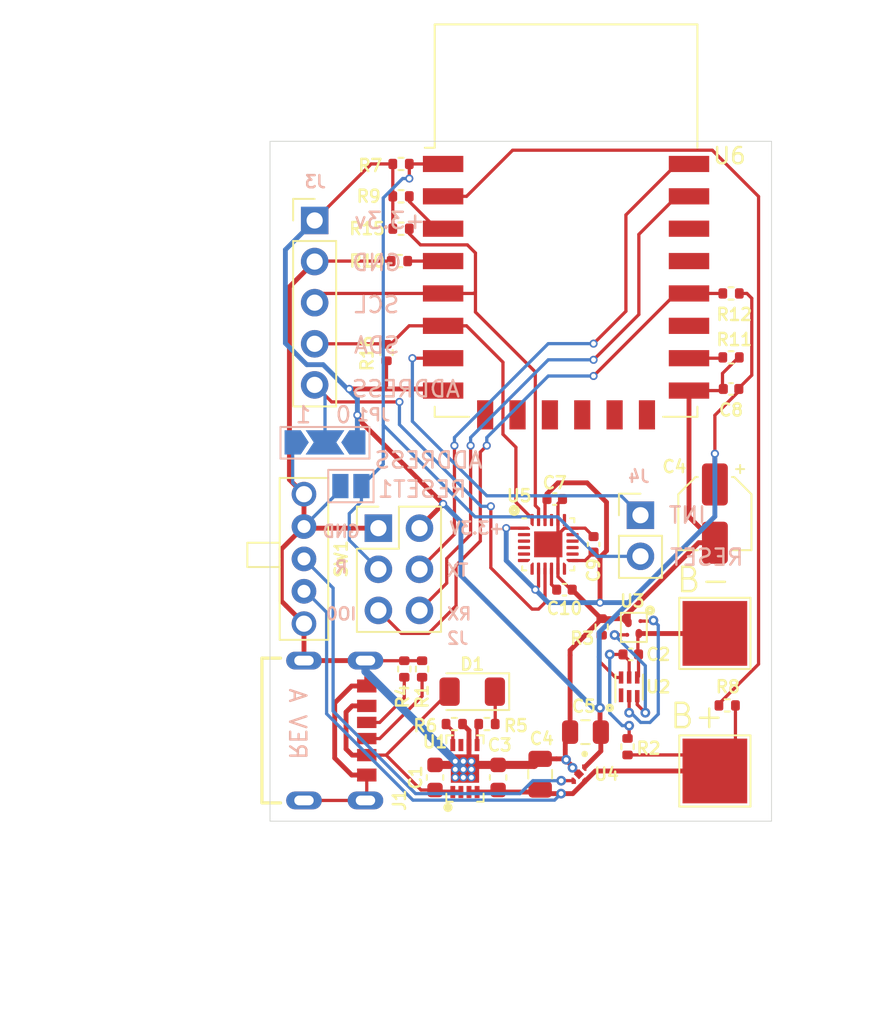
<source format=kicad_pcb>
(kicad_pcb (version 20211014) (generator pcbnew)
  (layers (0 "F.Cu" signal) (31 "B.Cu" signal) (34 "B.Paste" user) (35 "F.Paste" user) (36 "B.SilkS" user "B.Silkscreen") (37 "F.SilkS" user "F.Silkscreen") (38 "B.Mask" user) (39 "F.Mask" user) (44 "Edge.Cuts" user))
  (net 0 "")
  (net 1 "+5V")
  (net 2 "-BATT")
  (net 3 "/BAT_SENCE")
  (net 4 "CH_PROG")
  (net 5 "CS")
  (net 6 "GND")
  (net 7 "B-")
  (net 8 "+BATT")
  (net 9 "+3.3V")
  (net 10 "Net-(D1-Pad1)")
  (net 11 "/CC1")
  (net 12 "Net-(R10-Pad1)")
  (net 13 "/CC2")
  (net 14 "/RESET")
  (net 15 "/TX")
  (net 16 "/GPIO0")
  (net 17 "/RX")
  (net 18 "/H_SCL")
  (net 19 "/H_SDA")
  (net 20 "/INT")
  (net 21 "/V-")
  (net 22 "/CH_STAT")
  (net 23 "/CH_PROG")
  (net 24 "/ADC")
  (net 25 "/ESP_EN")
  (net 26 "/GPIO16")
  (net 27 "/GPIO15")
  (net 28 "/BOOTN")
  (net 29 "/REG_EN")
  (net 31 "/G_C")
  (net 32 "/G_D")
  (net 33 "/ADDRESS")
  (net 37 "Net-(C10-Pad2)")
  (footprint "Capacitor_SMD:C_0603_1608Metric" (layer "F.Cu") (at 119.2 106.8 90)
    (fp_text reference "C1")
    (fp_text value "4.7uf")
  )
  (footprint "Capacitor_SMD:CP_Elec_4x4.5" (layer "F.Cu") (at 136.5 90.5 -90)
    (fp_text reference "C4")
    (fp_text value "1uf")
  )
  (footprint "Capacitor_SMD:C_0402_1005Metric" (layer "F.Cu") (at 137.5 82.8)
    (fp_text reference "C8")
    (fp_text value "100nf")
  )
  (footprint "Capacitor_SMD:C_0402_1005Metric" (layer "F.Cu") (at 131.3 99.2 180)
    (fp_text reference "C2")
    (fp_text value "100nf")
  )
  (footprint "Diode_SMD:D_1206_3216Metric" (layer "F.Cu") (at 121.5 101.5 180)
    (fp_text reference "D1")
    (fp_text value "c-stat")
  )
  (footprint "Connector_USB:GCT_USB4125-GF-A_REVA" (layer "F.Cu") (at 114.9 103.9 -90)
    (fp_text reference "J1")
    (fp_text value "USB4125-GF-A_REVA")
  )
  (footprint "Resistor_SMD:R_0402_1005Metric" (layer "F.Cu") (at 118.4 100.1 90)
    (fp_text reference "R1")
    (fp_text value "5.1k")
  )
  (footprint "Resistor_SMD:R_0402_1005Metric" (layer "F.Cu") (at 117.3 100.1 90)
    (fp_text reference "R4")
    (fp_text value "5.1k")
  )
  (footprint "Resistor_SMD:R_0402_1005Metric" (layer "F.Cu") (at 122.41 103.5)
    (fp_text reference "R5")
    (fp_text value "470")
  )
  (footprint "Resistor_SMD:R_0402_1005Metric" (layer "F.Cu") (at 120.39 103.5 180)
    (fp_text reference "R6")
    (fp_text value "2k")
  )
  (footprint "Resistor_SMD:R_0402_1005Metric" (layer "F.Cu") (at 117.1 68.9)
    (fp_text reference "R7")
    (fp_text value "10k")
  )
  (footprint "Resistor_SMD:R_0402_1005Metric" (layer "F.Cu") (at 117.1 70.9)
    (fp_text reference "R9")
    (fp_text value "10k")
  )
  (footprint "Resistor_SMD:R_0402_1005Metric" (layer "F.Cu") (at 117.1 72.9 180)
    (fp_text reference "R15")
    (fp_text value "2.2k")
  )
  (footprint "Resistor_SMD:R_0402_1005Metric" (layer "F.Cu") (at 116.2 80.55 -90)
    (fp_text reference "R16")
    (fp_text value "2.2k")
  )
  (footprint "Resistor_SMD:R_0402_1005Metric" (layer "F.Cu") (at 117 74.9 180)
    (fp_text reference "R10")
    (fp_text value "10k")
  )
  (footprint "Resistor_SMD:R_0402_1005Metric" (layer "F.Cu") (at 131.1 104.9 -90)
    (fp_text reference "R2")
    (fp_text value "330")
  )
  (footprint "Resistor_SMD:R_0402_1005Metric" (layer "F.Cu") (at 129.5 97.5 -90)
    (fp_text reference "R3")
    (fp_text value "2.2k")
  )
  (footprint "Button_Switch_THT:A107673" (layer "F.Cu") (at 114.1 93.3 -90)
    (fp_text reference "SW1")
    (fp_text value "SW_SPDT")
  )
  (footprint "Package_SON:WSON-6_1.5x1.5mm_P0.5mm" (layer "F.Cu") (at 131.2 101.2 90)
    (fp_text reference "U2")
    (fp_text value "BQ297xy")
  )
  (footprint "Package_DirectFET:4-XFLGA" (layer "F.Cu") (at 131.5 97.5 180)
    (fp_text reference "U3")
    (fp_text value "CSD85302L")
  )
  (footprint "Capacitor_SMD:C_0805_2012Metric" (layer "F.Cu") (at 125.7 106.6 90)
    (fp_text reference "C4")
    (fp_text value "1uf")
  )
  (footprint "Capacitor_SMD:C_0805_2012Metric" (layer "F.Cu") (at 128.5 104 180)
    (fp_text reference "C5")
    (fp_text value "1uf")
  )
  (footprint "libs:VREG_NCP170AMX300TCG" (layer "F.Cu") (at 128.1 106.6 -90)
    (fp_text reference "U4")
    (fp_text value "NCP177BMX330TCG")
  )
  (footprint "TestPoint:TestPoint_Pad_4.0x4.0mm" (layer "F.Cu") (at 136.5 97.9)
    (fp_text reference "B-")
    (fp_text value "TestPoint_Pad_4.0x4.0mm")
  )
  (footprint "TestPoint:TestPoint_Pad_4.0x4.0mm" (layer "F.Cu") (at 136.5 106.4)
    (fp_text reference "B+")
    (fp_text value "TestPoint_Pad_4.0x4.0mm")
  )
  (footprint "Connector_PinHeader_2.54mm:PinHeader_1x05_P2.54mm_Vertical" (layer "F.Cu") (at 111.76 72.39)
    (fp_text reference "J3")
    (fp_text value "PinHeader_1x05_P2.54mm_Vertical")
  )
  (footprint "Resistor_SMD:R_0402_1005Metric" (layer "F.Cu") (at 137.26 102.35 180)
    (fp_text reference "R8")
    (fp_text value "180k")
  )
  (footprint "Connector_PinHeader_2.54mm:PinHeader_1x02_P2.54mm_Vertical" (layer "F.Cu") (at 131.9 90.6)
    (fp_text reference "J4")
    (fp_text value "PinHeader_1x02_P2.54mm_Vertical")
  )
  (footprint "Capacitor_SMD:C_0603_1608Metric" (layer "F.Cu") (at 123.1 106.8 -90)
    (fp_text reference "C3")
    (fp_text value "4.7uf")
  )
  (footprint "RF_Module:ESP-12E" (layer "F.Cu") (at 127.3 72.4)
    (fp_text reference "U6")
    (fp_text value "ESP-12E")
  )
  (footprint "Package_QFP:dfn-8_wide" (layer "F.Cu") (at 121 106.4)
    (fp_text reference "U1")
    (fp_text value "dfn-8_wide")
  )
  (footprint "Resistor_SMD:R_0402_1005Metric" (layer "F.Cu") (at 137.5 80.85)
    (fp_text reference "R11")
    (fp_text value "10k")
  )
  (footprint "Resistor_SMD:R_0402_1005Metric" (layer "F.Cu") (at 137.5 76.9 180)
    (fp_text reference "R12")
    (fp_text value "10k")
  )
  (footprint "Connector_PinHeader_2.54mm:PinHeader_2x03_P2.54mm_Vertical" (layer "F.Cu") (at 115.7 91.4)
    (fp_text reference "J2")
    (fp_text value "PinHeader_2x03_P2.54mm_Vertical")
  )
  (footprint "Capacitor_SMD:C_0402_1005Metric" (layer "F.Cu") (at 126.6 89.6 180)
    (fp_text reference "C7")
    (fp_text value "100nf")
  )
  (footprint "Capacitor_SMD:C_0402_1005Metric" (layer "F.Cu") (at 127.2 95.2 180)
    (fp_text reference "C10")
    (fp_text value "100nf")
  )
  (footprint "Capacitor_SMD:C_0402_1005Metric" (layer "F.Cu") (at 129 92.4 -90)
    (fp_text reference "C9")
    (fp_text value "100nf")
  )
  (footprint "Package_DFN_QFN:QFN-24-1EP_3x3mm_P0.4mm_EP1.75x1.6mm" (layer "F.Cu") (at 126.2 92.4)
    (fp_text reference "U5")
    (fp_text value "mpu9250")
  )
  (footprint "Jumper:SolderJumper-2_P1.3mm_Open_Pad1.0x1.5mm" (layer "B.Cu") (at 114 88.8)
    (fp_text reference "RESET1")
    (fp_text value "SolderJumper-2_P1.3mm_Open_Pad1.0x1.5mm")
  )
  (footprint "Jumper:SolderJumper-3_P2.0mm_Open_TrianglePad1.0x1.5mm" (layer "B.Cu") (at 112.4 86.1)
    (fp_text reference "JP1")
    (fp_text value "SolderJumper-3_P2.0mm_Open_TrianglePad1.0x1.5mm")
  )
  (gr_line (start 140 67.5) (end 140 96) (layer "Edge.Cuts") (width 0.05))
  (gr_line (start 109 109.5) (end 109 67.5) (layer "Edge.Cuts") (width 0.05))
  (gr_line (start 140 96) (end 140 109.5) (layer "Edge.Cuts") (width 0.05))
  (gr_line (start 109 67.5) (end 140 67.5) (layer "Edge.Cuts") (width 0.05))
  (gr_line (start 140 109.5) (end 109 109.5) (layer "Edge.Cuts") (width 0.05))
  (gr_text "GND\n" (at 113.4 91.6) (layer "B.SilkS") (effects (font (size 0.75 0.75)) (justify mirror)))
  (gr_text "INT\n" (at 134.8 90.6) (layer "B.SilkS") (effects (font (size 1 1)) (justify mirror)))
  (gr_text "RESET\n" (at 136 93.2) (layer "B.SilkS") (effects (font (size 1 1)) (justify mirror)))
  (gr_text "SCL\n" (at 115.6 77.6) (layer "B.SilkS") (effects (font (size 1 1)) (justify mirror)))
  (gr_text "IO0" (at 113.4 96.7) (layer "B.SilkS") (effects (font (size 0.75 0.75)) (justify mirror)))
  (gr_text "ADDRESS" (at 118.8 87.2) (layer "B.SilkS") (effects (font (size 1 1)) (justify mirror)))
  (gr_text "+3.3v\n" (at 116.4 72.4) (layer "B.SilkS") (effects (font (size 1 1)) (justify mirror)))
  (gr_text "TX" (at 120.6 94) (layer "B.SilkS") (effects (font (size 0.75 0.75)) (justify mirror)))
  (gr_text "+3.3V\n" (at 121.8 91.4) (layer "B.SilkS") (effects (font (size 0.75 0.75)) (justify mirror)))
  (gr_text "REV A\n" (at 110.7 103.5 270) (layer "B.SilkS") (effects (font (size 1 1)) (justify mirror)))
  (gr_text "GND\n" (at 115.6 75) (layer "B.SilkS") (effects (font (size 1 1)) (justify mirror)))
  (gr_text "R" (at 113.4 93.8) (layer "B.SilkS") (effects (font (size 0.75 0.75)) (justify mirror)))
  (gr_text "ADDRESS" (at 117.4 82.8) (layer "B.SilkS") (effects (font (size 1 1)) (justify mirror)))
  (gr_text "SDA" (at 115.6 80.1) (layer "B.SilkS") (effects (font (size 1 1)) (justify mirror)))
  (gr_text "0  1" (at 112.3 84.4) (layer "B.SilkS") (effects (font (size 1 1)) (justify mirror)))
  (gr_text "RX\n" (at 120.7 96.7) (layer "B.SilkS") (effects (font (size 0.75 0.75)) (justify mirror)))
  (segment (start 114.98 105.42) (end 116.18 105.42) (width 0.2) (layer "F.Cu") (net 1))
  (segment (start 120.1 101.5) (end 120.1 102) (width 0.2) (layer "F.Cu") (net 1))
  (segment (start 120.3 107.7) (end 119.325 107.7) (width 0.3) (layer "F.Cu") (net 1))
  (segment (start 120.1 101.5) (end 116.18 105.42) (width 0.2) (layer "F.Cu") (net 1))
  (segment (start 120.1 101.5) (end 120.1 101.8) (width 0.2) (layer "F.Cu") (net 1))
  (segment (start 119.2 107.6) (end 119.1 107.7) (width 0.3) (layer "F.Cu") (net 1))
  (segment (start 114.08 102.38) (end 113.7 102.76) (width 0.3) (layer "F.Cu") (net 1))
  (segment (start 116.18 105.42) (end 118.335 107.575) (width 0.2) (layer "F.Cu") (net 1))
  (segment (start 118.335 107.575) (end 119.2 107.575) (width 0.2) (layer "F.Cu") (net 1))
  (segment (start 119.2 107.575) (end 118.975 107.575) (width 0.3) (layer "F.Cu") (net 1))
  (segment (start 120.8 107.7) (end 120.3 107.7) (width 0.3) (layer "F.Cu") (net 1))
  (segment (start 119.325 107.7) (end 119.2 107.575) (width 0.3) (layer "F.Cu") (net 1))
  (segment (start 113.7 102.76) (end 113.7 105.04) (width 0.3) (layer "F.Cu") (net 1))
  (segment (start 114.08 105.42) (end 114.98 105.42) (width 0.3) (layer "F.Cu") (net 1))
  (segment (start 113.7 105.04) (end 114.08 105.42) (width 0.3) (layer "F.Cu") (net 1))
  (segment (start 114.98 102.38) (end 114.08 102.38) (width 0.3) (layer "F.Cu") (net 1))
  (segment (start 131.74 99.16) (end 131.78 99.2) (width 0.2) (layer "F.Cu") (net 2))
  (segment (start 131.74 97.91) (end 136.49 97.91) (width 0.3) (layer "F.Cu") (net 2))
  (segment (start 131.78 99.2) (end 131.78 100.545) (width 0.2) (layer "F.Cu") (net 2))
  (segment (start 131.74 97.91) (end 131.74 99.16) (width 0.2) (layer "F.Cu") (net 2))
  (segment (start 136.49 97.91) (end 136.5 97.9) (width 0.3) (layer "F.Cu") (net 2))
  (segment (start 131.78 100.545) (end 131.7 100.625) (width 0.2) (layer "F.Cu") (net 2))
  (segment (start 131.2 104.29) (end 131.1 104.39) (width 0.2) (layer "F.Cu") (net 3))
  (segment (start 131.2 103.6) (end 131.2 104.29) (width 0.2) (layer "F.Cu") (net 3))
  (segment (start 131.2 100.625) (end 131.2 99.58) (width 0.2) (layer "F.Cu") (net 3))
  (segment (start 130.82 99.2) (end 130 99.2) (width 0.2) (layer "F.Cu") (net 3))
  (segment (start 131.2 99.58) (end 130.82 99.2) (width 0.2) (layer "F.Cu") (net 3))
  (via (at 131.2 103.6) (size 0.6) (drill 0.3) (layers "F.Cu" "B.Cu") (net 3))
  (via (at 130 99.2) (size 0.6) (drill 0.3) (layers "F.Cu" "B.Cu") (net 3))
  (segment (start 130.775736 103.6) (end 130 102.824264) (width 0.2) (layer "B.Cu") (net 3))
  (segment (start 130 102.824264) (end 130 99.2) (width 0.2) (layer "B.Cu") (net 3))
  (segment (start 131.2 103.6) (end 130.775736 103.6) (width 0.2) (layer "B.Cu") (net 3))
  (segment (start 131.037998 103.6) (end 131.2 103.6) (width 0.3) (layer "B.Cu") (net 3))
  (segment (start 127.25 105.65) (end 127.25 105.65) (width 0.3) (layer "F.Cu") (net 6))
  (segment (start 127.25 104.75) (end 127.25 104.3) (width 0.3) (layer "F.Cu") (net 6))
  (segment (start 127.305 105.705) (end 127.312001 105.712001) (width 0.3) (layer "F.Cu") (net 6))
  (segment (start 126.71 105.65) (end 127.25 105.65) (width 0.3) (layer "F.Cu") (net 6))
  (segment (start 127.25 105.09) (end 127.25 104.75) (width 0.3) (layer "F.Cu") (net 6))
  (segment (start 123.1 106.025) (end 121.275 106.025) (width 0.5) (layer "F.Cu") (net 6))
  (segment (start 127.312001 105.712001) (end 127.312001 105.732001) (width 0.3) (layer "F.Cu") (net 6))
  (segment (start 121.3 104.8) (end 121.3 105.65) (width 0.3) (layer "F.Cu") (net 6))
  (segment (start 131.15 96.65) (end 130.81 96.99) (width 0.3) (layer "F.Cu") (net 6))
  (segment (start 120.4 106.25) (end 120.45 106.3) (width 0.2) (layer "F.Cu") (net 6))
  (segment (start 127.6 95.2) (end 127.68 95.2) (width 0.2) (layer "F.Cu") (net 6))
  (segment (start 127.7 91.4) (end 128.48 91.4) (width 0.2) (layer "F.Cu") (net 6))
  (segment (start 127.25 105.65) (end 127.305 105.705) (width 0.3) (layer "F.Cu") (net 6))
  (segment (start 126.8 89.88) (end 127.08 89.6) (width 0.2) (layer "F.Cu") (net 6))
  (segment (start 127.2 91.4) (end 126.2 92.4) (width 0.2) (layer "F.Cu") (net 6))
  (segment (start 126.8 93) (end 126.2 92.4) (width 0.2) (layer "F.Cu") (net 6))
  (segment (start 136.5 92.555) (end 136.5 92.3) (width 0.3) (layer "F.Cu") (net 6))
  (segment (start 121.275 106.025) (end 121.05 106.25) (width 0.5) (layer "F.Cu") (net 6))
  (segment (start 131.15 97.23) (end 131.15 96.645) (width 0.3) (layer "F.Cu") (net 6))
  (segment (start 114.05 101.15) (end 113 102.2) (width 0.3) (layer "F.Cu") (net 6))
  (segment (start 134.9 82.9) (end 134.9 90.7) (width 0.3) (layer "F.Cu") (net 6))
  (segment (start 125.7 105.65) (end 126.71 105.65) (width 0.3) (layer "F.Cu") (net 6))
  (segment (start 121.3 103.9) (end 120.9 103.5) (width 0.3) (layer "F.Cu") (net 6))
  (segment (start 119.2 106.025) (end 120.825 106.025) (width 0.5) (layer "F.Cu") (net 6))
  (segment (start 131.15 97.23) (end 131.05 97.23) (width 0.3) (layer "F.Cu") (net 6))
  (segment (start 111.1 91.3) (end 109.7 92.7) (width 0.3) (layer "F.Cu") (net 6))
  (segment (start 111.89 74.8) (end 111.76 74.93) (width 0.2) (layer "F.Cu") (net 6))
  (segment (start 114.91 99.59) (end 114.9 99.58) (width 0.2) (layer "F.Cu") (net 6))
  (segment (start 126.8 93.9) (end 126.8 93) (width 0.2) (layer "F.Cu") (net 6))
  (segment (start 123.1 106.025) (end 125.325 106.025) (width 0.5) (layer "F.Cu") (net 6))
  (segment (start 125.325 106.025) (end 125.7 105.65) (width 0.5) (layer "F.Cu") (net 6))
  (segment (start 136.97 82.8) (end 136.97 81.84) (width 0.2) (layer "F.Cu") (net 6))
  (segment (start 110.2 76.49) (end 110.2 88.4) (width 0.3) (layer "F.Cu") (net 6))
  (segment (start 109.7 95.9) (end 109.987999 96.187999) (width 0.3) (layer "F.Cu") (net 6))
  (segment (start 116.49 74.9) (end 111.79 74.9) (width 0.2) (layer "F.Cu") (net 6))
  (segment (start 114.98 101.15) (end 114.98 99.66) (width 0.3) (layer "F.Cu") (net 6))
  (segment (start 117.3 99.59) (end 114.91 99.59) (width 0.2) (layer "F.Cu") (net 6))
  (segment (start 131.15 97.23) (end 131.15 97.2) (width 0.3) (layer "F.Cu") (net 6))
  (segment (start 114.9 108.22) (end 111.1 108.22) (width 0.2) (layer "F.Cu") (net 6))
  (segment (start 109.987999 96.187999) (end 111.1 97.3) (width 0.3) (layer "F.Cu") (net 6))
  (segment (start 115.7 91.4) (end 111.2 91.4) (width 0.3) (layer "F.Cu") (net 6))
  (segment (start 121.3 105.65) (end 121.45 105.8) (width 0.3) (layer "F.Cu") (net 6))
  (segment (start 126.8 90.9) (end 126.8 91.8) (width 0.2) (layer "F.Cu") (net 6))
  (segment (start 136.97 81.84) (end 138.01 80.8) (width 0.2) (layer "F.Cu") (net 6))
  (segment (start 114.05 106.65) (end 114.98 106.65) (width 0.3) (layer "F.Cu") (net 6))
  (segment (start 121.3 104.8) (end 121.3 103.9) (width 0.3) (layer "F.Cu") (net 6))
  (segment (start 114.98 101.15) (end 114.05 101.15) (width 0.3) (layer "F.Cu") (net 6))
  (segment (start 114.98 106.65) (end 114.98 108.14) (width 0.2) (layer "F.Cu") (net 6))
  (segment (start 134.9 90.7) (end 136.5 92.3) (width 0.3) (layer "F.Cu") (net 6))
  (segment (start 129.5 96.99) (end 130.81 96.99) (width 0.3) (layer "F.Cu") (net 6))
  (segment (start 131.15 97.23) (end 131.13 97.23) (width 0.3) (layer "F.Cu") (net 6))
  (segment (start 111.1 91.3) (end 111.1 89.3) (width 0.3) (layer "F.Cu") (net 6))
  (segment (start 128.1 106.6) (end 127.733405 106.233405) (width 0.3) (layer "F.Cu") (net 6))
  (segment (start 111.79 74.9) (end 111.76 74.93) (width 0.2) (layer "F.Cu") (net 6))
  (segment (start 136.87 82.9) (end 136.97 82.8) (width 0.2) (layer "F.Cu") (net 6))
  (segment (start 127.55 98.94) (end 129.5 96.99) (width 0.3) (layer "F.Cu") (net 6))
  (segment (start 131.15 96.645) (end 131.15 96.65) (width 0.3) (layer "F.Cu") (net 6))
  (segment (start 114.98 99.66) (end 114.9 99.58) (width 0.3) (layer "F.Cu") (net 6))
  (segment (start 127.7 91.4) (end 127.2 91.4) (width 0.2) (layer "F.Cu") (net 6))
  (segment (start 129.5 96.99) (end 129.47 96.99) (width 0.2) (layer "F.Cu") (net 6))
  (segment (start 129.39 97.1) (end 129.5 96.99) (width 0.2) (layer "F.Cu") (net 6))
  (segment (start 111.1 99.58) (end 111.1 97.3) (width 0.3) (layer "F.Cu") (net 6))
  (segment (start 110.2 88.4) (end 111.1 89.3) (width 0.3) (layer "F.Cu") (net 6))
  (segment (start 127.312001 105.732001) (end 127.733405 106.153405) (width 0.3) (layer "F.Cu") (net 6))
  (segment (start 127.25 105.65) (end 127.25 105.09) (width 0.3) (layer "F.Cu") (net 6))
  (segment (start 126.8 94.4) (end 127.6 95.2) (width 0.2) (layer "F.Cu") (net 6))
  (segment (start 118.4 99.59) (end 117.3 99.59) (width 0.2) (layer "F.Cu") (net 6))
  (segment (start 135.495 92.3) (end 136.5 92.3) (width 0.3) (layer "F.Cu") (net 6))
  (segment (start 127.55 104) (end 127.55 99.25) (width 0.3) (layer "F.Cu") (net 6))
  (segment (start 109.7 92.7) (end 109.7 95.9) (width 0.3) (layer "F.Cu") (net 6))
  (segment (start 129.47 96.99) (end 127.68 95.2) (width 0.3) (layer "F.Cu") (net 6))
  (segment (start 113 102.2) (end 113 105.6) (width 0.3) (layer "F.Cu") (net 6))
  (segment (start 113 105.6) (end 114.05 106.65) (width 0.3) (layer "F.Cu") (net 6))
  (segment (start 127.55 99.25) (end 127.55 98.94) (width 0.3) (layer "F.Cu") (net 6))
  (segment (start 131.05 97.23) (end 130.81 96.99) (width 0.3) (layer "F.Cu") (net 6))
  (segment (start 127.733405 106.233405) (end 127.733405 106.153405) (width 0.3) (layer "F.Cu") (net 6))
  (segment (start 114.599998 106.65) (end 114.98 106.65) (width 0.3) (layer "F.Cu") (net 6))
  (segment (start 134.9 82.9) (end 136.87 82.9) (width 0.2) (layer "F.Cu") (net 6))
  (segment (start 126.8 91.8) (end 126.2 92.4) (width 0.2) (layer "F.Cu") (net 6))
  (segment (start 128.48 91.4) (end 129 91.92) (width 0.2) (layer "F.Cu") (net 6))
  (segment (start 114.98 108.14) (end 114.9 108.22) (width 0.2) (layer "F.Cu") (net 6))
  (segment (start 120.825 106.025) (end 121.05 106.25) (width 0.5) (layer "F.Cu") (net 6))
  (segment (start 131.15 96.645) (end 135.495 92.3) (width 0.3) (layer "F.Cu") (net 6))
  (segment (start 114.9 99.58) (end 111.1 99.58) (width 0.3) (layer "F.Cu") (net 6))
  (segment (start 126.8 93.9) (end 126.8 94.4) (width 0.2) (layer "F.Cu") (net 6))
  (segment (start 126.8 90.9) (end 126.8 89.88) (width 0.2) (layer "F.Cu") (net 6))
  (segment (start 111.76 74.93) (end 110.2 76.49) (width 0.3) (layer "F.Cu") (net 6))
  (segment (start 123.07 106.25) (end 123.1 106.28) (width 0.2) (layer "F.Cu") (net 6))
  (segment (start 127.25 104.3) (end 127.55 104) (width 0.3) (layer "F.Cu") (net 6))
  (segment (start 111.2 91.4) (end 111.1 91.3) (width 0.3) (layer "F.Cu") (net 6))
  (via (at 120.45 105.8) (size 0.5) (drill 0.3) (layers "F.Cu" "B.Cu") (net 6))
  (via (at 120.95 105.8) (size 0.5) (drill 0.3) (layers "F.Cu" "B.Cu") (net 6))
  (via (at 121.45 106.3) (size 0.5) (drill 0.3) (layers "F.Cu" "B.Cu") (net 6))
  (via (at 127.305 105.705) (size 0.6) (drill 0.3) (layers "F.Cu" "B.Cu") (net 6))
  (via (at 120.45 106.3) (size 0.5) (drill 0.3) (layers "F.Cu" "B.Cu") (net 6))
  (via (at 120.45 106.8) (size 0.5) (drill 0.3) (layers "F.Cu" "B.Cu") (net 6))
  (via (at 127.7 106.2) (size 0.6) (drill 0.3) (layers "F.Cu" "B.Cu") (net 6))
  (via (at 120.95 106.3) (size 0.5) (drill 0.3) (layers "F.Cu" "B.Cu") (net 6))
  (via (at 120.95 106.8) (size 0.5) (drill 0.3) (layers "F.Cu" "B.Cu") (net 6))
  (via (at 121.45 106.8) (size 0.5) (drill 0.3) (layers "F.Cu" "B.Cu") (net 6))
  (via (at 121.45 105.8) (size 0.5) (drill 0.3) (layers "F.Cu" "B.Cu") (net 6))
  (segment (start 114.9 100.25) (end 120.95 106.3) (width 0.5) (layer "B.Cu") (net 6))
  (segment (start 110.4 88.6) (end 110.4 86.1) (width 0.2) (layer "B.Cu") (net 6))
  (segment (start 111.1 97.3) (end 111.1 96.871762) (width 0.2) (layer "B.Cu") (net 6))
  (segment (start 113.35 88.8) (end 113.35 89.05) (width 0.2) (layer "B.Cu") (net 6))
  (segment (start 114.9 99.58) (end 114.9 100.25) (width 0.5) (layer "B.Cu") (net 6))
  (segment (start 111.1 89.3) (end 110.4 88.6) (width 0.2) (layer "B.Cu") (net 6))
  (segment (start 113.35 89.05) (end 111.1 91.3) (width 0.2) (layer "B.Cu") (net 6))
  (segment (start 121.3 107.7) (end 121.8 107.7) (width 0.3) (layer "F.Cu") (net 8))
  (segment (start 125.55 107.7) (end 125.7 107.55) (width 0.3) (layer "F.Cu") (net 8))
  (segment (start 126.991381 107.799457) (end 127.713733 107.799457) (width 0.3) (layer "F.Cu") (net 8))
  (segment (start 137.77 105.13) (end 136.5 106.4) (width 0.2) (layer "F.Cu") (net 8))
  (segment (start 125.625 107.625) (end 125.7 107.55) (width 0.3) (layer "F.Cu") (net 8))
  (segment (start 137.77 102.35) (end 137.77 105.13) (width 0.2) (layer "F.Cu") (net 8))
  (segment (start 121.8 107.7) (end 123.1 107.7) (width 0.3) (layer "F.Cu") (net 8))
  (segment (start 135.51 105.41) (end 136.5 106.4) (width 0.2) (layer "F.Cu") (net 8))
  (segment (start 131.1 105.41) (end 135.51 105.41) (width 0.2) (layer "F.Cu") (net 8))
  (segment (start 129.11319 106.4) (end 136.5 106.4) (width 0.3) (layer "F.Cu") (net 8))
  (segment (start 123.1 107.7) (end 125.55 107.7) (width 0.3) (layer "F.Cu") (net 8))
  (segment (start 125.949457 107.799457) (end 125.7 107.55) (width 0.3) (layer "F.Cu") (net 8))
  (segment (start 127.713733 107.799457) (end 129.11319 106.4) (width 0.3) (layer "F.Cu") (net 8))
  (segment (start 126.991381 107.799457) (end 125.949457 107.799457) (width 0.3) (layer "F.Cu") (net 8))
  (via (at 126.991381 107.799457) (size 0.6) (drill 0.3) (layers "F.Cu" "B.Cu") (net 8))
  (segment (start 111.2 95.3) (end 111.1 95.3) (width 0.2) (layer "B.Cu") (net 8))
  (segment (start 126.991381 107.799457) (end 126.590828 108.20001) (width 0.2) (layer "B.Cu") (net 8))
  (segment (start 117.834311 108.20001) (end 112.50001 102.865709) (width 0.2) (layer "B.Cu") (net 8))
  (segment (start 112.50001 96.60001) (end 111.2 95.3) (width 0.2) (layer "B.Cu") (net 8))
  (segment (start 112.50001 102.865709) (end 112.50001 96.60001) (width 0.2) (layer "B.Cu") (net 8))
  (segment (start 126.590828 108.20001) (end 117.834311 108.20001) (width 0.2) (layer "B.Cu") (net 8))
  (segment (start 136.5 88.7) (end 136.5 88.7) (width 0.3) (layer "F.Cu") (net 9))
  (segment (start 128.6 88.6) (end 126.8 88.6) (width 0.3) (layer "F.Cu") (net 9))
  (segment (start 124.7 91.4) (end 123.6 91.4) (width 0.2) (layer "F.Cu") (net 9))
  (segment (start 116.2 82.8) (end 115.45 82.8) (width 0.3) (layer "F.Cu") (net 9))
  (segment (start 129.4 93.28) (end 129 92.88) (width 0.3) (layer "F.Cu") (net 9))
  (segment (start 126.12 89.28) (end 126.12 89.6) (width 0.3) (layer "F.Cu") (net 9))
  (segment (start 129.45 104) (end 129.45 105.17) (width 0.3) (layer "F.Cu") (net 9))
  (segment (start 125.6 93.9) (end 125.6 95) (width 0.2) (layer "F.Cu") (net 9))
  (segment (start 116.59 69) (end 116.59 70.9) (width 0.2) (layer "F.Cu") (net 9))
  (segment (start 128.48 93.4) (end 129 92.88) (width 0.2) (layer "F.Cu") (net 9))
  (segment (start 136.5 88.7) (end 136.5 86.8) (width 0.3) (layer "F.Cu") (net 9))
  (segment (start 115.025 69.125) (end 111.76 72.39) (width 0.2) (layer "F.Cu") (net 9))
  (segment (start 115.45 82.8) (end 113.9 82.8) (width 0.3) (layer "F.Cu") (net 9))
  (segment (start 136.5 84.425) (end 137.98 82.945) (width 0.2) (layer "F.Cu") (net 9))
  (segment (start 137.98 82.945) (end 137.98 82.8) (width 0.2) (layer "F.Cu") (net 9))
  (segment (start 115.15 69) (end 115.025 69.125) (width 0.2) (layer "F.Cu") (net 9))
  (segment (start 115.25 68.9) (end 115.025 69.125) (width 0.2) (layer "F.Cu") (net 9))
  (segment (start 116.2 82.8) (end 116.2 81.3) (width 0.2) (layer "F.Cu") (net 9))
  (segment (start 129.8 89.8) (end 128.6 88.6) (width 0.3) (layer "F.Cu") (net 9))
  (segment (start 119.6 82.8) (end 119.7 82.9) (width 0.3) (layer "F.Cu") (net 9))
  (segment (start 129.45 105.17) (end 128.466595 106.153405) (width 0.3) (layer "F.Cu") (net 9))
  (segment (start 129.8 92.8) (end 129.8 89.8) (width 0.3) (layer "F.Cu") (net 9))
  (segment (start 116.2 82.8) (end 119.6 82.8) (width 0.3) (layer "F.Cu") (net 9))
  (segment (start 127.7 93.4) (end 128.48 93.4) (width 0.2) (layer "F.Cu") (net 9))
  (segment (start 114.4 84.6) (end 119.7 89.9) (width 0.3) (layer "F.Cu") (net 9))
  (segment (start 138.48 76.9) (end 138.78001 77.20001) (width 0.2) (layer "F.Cu") (net 9))
  (segment (start 136.5 86.8) (end 136.5 84.425) (width 0.2) (layer "F.Cu") (net 9))
  (segment (start 126 89.72) (end 126.12 89.6) (width 0.2) (layer "F.Cu") (net 9))
  (segment (start 126.8 88.6) (end 126.12 89.28) (width 0.3) (layer "F.Cu") (net 9))
  (segment (start 126 90.9) (end 126 89.72) (width 0.2) (layer "F.Cu") (net 9))
  (segment (start 138.78001 81.94999) (end 137.93 82.8) (width 0.2) (layer "F.Cu") (net 9))
  (segment (start 129.4 96) (end 129.4 93.28) (width 0.3) (layer "F.Cu") (net 9))
  (segment (start 118.24 91.4) (end 118.24 91.36) (width 0.3) (layer "F.Cu") (net 9))
  (segment (start 125.6 95) (end 125.4 95.2) (width 0.2) (layer "F.Cu") (net 9))
  (segment (start 118.24 91.36) (end 119.7 89.9) (width 0.3) (layer "F.Cu") (net 9))
  (segment (start 129.4 93.2) (end 129.8 92.8) (width 0.3) (layer "F.Cu") (net 9))
  (segment (start 129.4 93.28) (end 129.4 93.2) (width 0.3) (layer "F.Cu") (net 9))
  (segment (start 116.59 68.9) (end 115.25 68.9) (width 0.2) (layer "F.Cu") (net 9))
  (segment (start 116.59 70.9) (end 116.59 72.9) (width 0.2) (layer "F.Cu") (net 9))
  (segment (start 138.21 76.9) (end 138.48 76.9) (width 0.2) (layer "F.Cu") (net 9))
  (segment (start 129.4 103.95) (end 129.45 104) (width 0.3) (layer "F.Cu") (net 9))
  (segment (start 114.4 84.413998) (end 114.4 84.6) (width 0.3) (layer "F.Cu") (net 9))
  (segment (start 138.78001 77.20001) (end 138.78001 81.94999) (width 0.2) (layer "F.Cu") (net 9))
  (segment (start 129.4 102.5) (end 129.4 103.95) (width 0.3) (layer "F.Cu") (net 9))
  (via (at 119.7 89.9) (size 0.5) (drill 0.3) (layers "F.Cu" "B.Cu") (net 9))
  (via (at 129.4 102.5) (size 0.6) (drill 0.3) (layers "F.Cu" "B.Cu") (net 9))
  (via (at 114.4 84.413998) (size 0.5) (drill 0.3) (layers "F.Cu" "B.Cu") (net 9))
  (via (at 136.5 86.8) (size 0.5) (drill 0.3) (layers "F.Cu" "B.Cu") (net 9))
  (via (at 123.6 91.4) (size 0.5) (drill 0.3) (layers "F.Cu" "B.Cu") (net 9))
  (via (at 113.9 82.8) (size 0.5) (drill 0.3) (layers "F.Cu" "B.Cu") (net 9))
  (via (at 129.4 96) (size 0.5) (drill 0.3) (layers "F.Cu" "B.Cu") (net 9))
  (via (at 125.4 95.2) (size 0.5) (drill 0.3) (layers "F.Cu" "B.Cu") (net 9))
  (segment (start 119.7 89.9) (end 119.7 89.9) (width 0.3) (layer "B.Cu") (net 9))
  (segment (start 113.9 82.8) (end 113.786002 82.8) (width 0.3) (layer "B.Cu") (net 9))
  (segment (start 114.4 83.413998) (end 113.743001 82.756999) (width 0.3) (layer "B.Cu") (net 9))
  (segment (start 114.4 84.413998) (end 114.4 86.1) (width 0.3) (layer "B.Cu") (net 9))
  (segment (start 129.4 96) (end 131.175996 96) (width 0.3) (layer "B.Cu") (net 9))
  (segment (start 109.95 74.2) (end 111.76 72.39) (width 0.3) (layer "B.Cu") (net 9))
  (segment (start 129.4 96) (end 126.2 96) (width 0.3) (layer "B.Cu") (net 9))
  (segment (start 120.8 91) (end 119.7 89.9) (width 0.3) (layer "B.Cu") (net 9))
  (segment (start 129.349999 97.949999) (end 129.349999 99.349999) (width 0.3) (layer "B.Cu") (net 9))
  (segment (start 129.349999 97.825997) (end 129.349999 97.949999) (width 0.3) (layer "B.Cu") (net 9))
  (segment (start 129.299998 98) (end 129.349999 97.949999) (width 0.2) (layer "B.Cu") (net 9))
  (segment (start 129.4 102.5) (end 128.975736 102.5) (width 0.3) (layer "B.Cu") (net 9))
  (segment (start 128.975736 102.5) (end 122.437868 95.962132) (width 0.3) (layer "B.Cu") (net 9))
  (segment (start 113.786002 82.8) (end 113.743001 82.756999) (width 0.3) (layer "B.Cu") (net 9))
  (segment (start 131.287998 95.887998) (end 129.349999 97.825997) (width 0.3) (layer "B.Cu") (net 9))
  (segment (start 123.6 93.4) (end 125.4 95.2) (width 0.3) (layer "B.Cu") (net 9))
  (segment (start 111.273998 81.3) (end 109.95 79.976002) (width 0.3) (layer "B.Cu") (net 9))
  (segment (start 122.437868 95.962132) (end 120.8 94.324264) (width 0.3) (layer "B.Cu") (net 9))
  (segment (start 114.4 84.413998) (end 114.4 83.413998) (width 0.3) (layer "B.Cu") (net 9))
  (segment (start 123.6 91.4) (end 123.6 93.4) (width 0.3) (layer "B.Cu") (net 9))
  (segment (start 112.286002 81.3) (end 111.273998 81.3) (width 0.3) (layer "B.Cu") (net 9))
  (segment (start 119.7 89.9) (end 119.7 89.94) (width 0.3) (layer "B.Cu") (net 9))
  (segment (start 136.5 86.8) (end 136.5 90.675996) (width 0.3) (layer "B.Cu") (net 9))
  (segment (start 126.2 96) (end 125.4 95.2) (width 0.3) (layer "B.Cu") (net 9))
  (segment (start 129.349999 97.825997) (end 133.5 93.675996) (width 0.2) (layer "B.Cu") (net 9))
  (segment (start 136.5 90.675996) (end 131.287998 95.887998) (width 0.3) (layer "B.Cu") (net 9))
  (segment (start 109.95 79.976002) (end 109.95 74.2) (width 0.3) (layer "B.Cu") (net 9))
  (segment (start 113.743001 82.756999) (end 112.286002 81.3) (width 0.3) (layer "B.Cu") (net 9))
  (segment (start 129.349999 102.449999) (end 129.349999 99.349999) (width 0.3) (layer "B.Cu") (net 9))
  (segment (start 129.4 102.5) (end 129.349999 102.449999) (width 0.3) (layer "B.Cu") (net 9))
  (segment (start 120.8 94.324264) (end 120.8 91) (width 0.3) (layer "B.Cu") (net 9))
  (segment (start 131.175996 96) (end 131.287998 95.887998) (width 0.3) (layer "B.Cu") (net 9))
  (segment (start 122.92 101.52) (end 122.9 101.5) (width 0.2) (layer "F.Cu") (net 10))
  (segment (start 122.92 103.5) (end 122.92 101.52) (width 0.2) (layer "F.Cu") (net 10))
  (segment (start 117.3 100.61) (end 117.3 101.88) (width 0.2) (layer "F.Cu") (net 11))
  (segment (start 117.3 101.88) (end 115.78 103.4) (width 0.2) (layer "F.Cu") (net 11))
  (segment (start 115.78 103.4) (end 114.98 103.4) (width 0.2) (layer "F.Cu") (net 11))
  (segment (start 118.4 101.78) (end 115.78 104.4) (width 0.2) (layer "F.Cu") (net 13))
  (segment (start 115.78 104.4) (end 114.98 104.4) (width 0.2) (layer "F.Cu") (net 13))
  (segment (start 118.4 100.61) (end 118.4 101.78) (width 0.2) (layer "F.Cu") (net 13))
  (segment (start 119.7 68.9) (end 119.7 68.9) (width 0.2) (layer "F.Cu") (net 14))
  (segment (start 131.69 93.35) (end 131.9 93.14) (width 0.2) (layer "F.Cu") (net 14))
  (segment (start 117.61 69.8) (end 117.61 68.9) (width 0.2) (layer "F.Cu") (net 14))
  (segment (start 117.61 68.9) (end 119.7 68.9) (width 0.2) (layer "F.Cu") (net 14))
  (via (at 117.61 69.8) (size 0.5) (drill 0.3) (layers "F.Cu" "B.Cu") (net 14))
  (segment (start 117.2 69.8) (end 116.000001 70.999999) (width 0.2) (layer "B.Cu") (net 14))
  (segment (start 116.000001 70.999999) (end 116.000001 85.024265) (width 0.2) (layer "B.Cu") (net 14))
  (segment (start 113.9 92.14) (end 115.7 93.94) (width 0.2) (layer "B.Cu") (net 14))
  (segment (start 117.61 69.8) (end 117.2 69.8) (width 0.2) (layer "B.Cu") (net 14))
  (segment (start 131.9 93.14) (end 129.225998 93.14) (width 0.2) (layer "B.Cu") (net 14))
  (segment (start 114.65 89.75) (end 113.9 90.5) (width 0.2) (layer "B.Cu") (net 14))
  (segment (start 114.65 88.8) (end 114.65 89.75) (width 0.2) (layer "B.Cu") (net 14))
  (segment (start 129.225998 93.14) (end 126.785998 90.7) (width 0.2) (layer "B.Cu") (net 14))
  (segment (start 116.000001 87.449999) (end 114.65 88.8) (width 0.2) (layer "B.Cu") (net 14))
  (segment (start 113.9 90.5) (end 113.9 92.14) (width 0.2) (layer "B.Cu") (net 14))
  (segment (start 131.9 93.14) (end 131.64 93.4) (width 0.2) (layer "B.Cu") (net 14))
  (segment (start 126.785998 90.7) (end 121.675736 90.7) (width 0.2) (layer "B.Cu") (net 14))
  (segment (start 116.000001 85.024265) (end 116.000001 87.449999) (width 0.2) (layer "B.Cu") (net 14))
  (segment (start 121.675736 90.7) (end 116.000001 85.024265) (width 0.2) (layer "B.Cu") (net 14))
  (segment (start 134.9 68.9) (end 134.15 68.9) (width 0.2) (layer "F.Cu") (net 15))
  (segment (start 120.4 91.78) (end 118.24 93.94) (width 0.2) (layer "F.Cu") (net 15))
  (segment (start 129 80) (end 131 78) (width 0.2) (layer "F.Cu") (net 15))
  (segment (start 134.75 69.05) (end 134.9 68.9) (width 0.2) (layer "F.Cu") (net 15))
  (segment (start 120.4 86.3) (end 120.4 91.78) (width 0.2) (layer "F.Cu") (net 15))
  (segment (start 134.15 68.9) (end 131 72.05) (width 0.2) (layer "F.Cu") (net 15))
  (segment (start 131 72.05) (end 131 78) (width 0.2) (layer "F.Cu") (net 15))
  (via (at 129 80) (size 0.5) (drill 0.3) (layers "F.Cu" "B.Cu") (net 15))
  (via (at 120.4 86.3) (size 0.5) (drill 0.3) (layers "F.Cu" "B.Cu") (net 15))
  (segment (start 120.4 85.8) (end 126.2 80) (width 0.2) (layer "B.Cu") (net 15))
  (segment (start 126.2 80) (end 129 80) (width 0.2) (layer "B.Cu") (net 15))
  (segment (start 120.4 86.3) (end 120.4 85.8) (width 0.2) (layer "B.Cu") (net 15))
  (segment (start 120.5 93.7) (end 122 92.2) (width 0.2) (layer "F.Cu") (net 16))
  (segment (start 134.75 77.05) (end 134.9 76.9) (width 0.2) (layer "F.Cu") (net 16))
  (segment (start 120.5 96.2) (end 120.5 93.7) (width 0.2) (layer "F.Cu") (net 16))
  (segment (start 118.8 97.9) (end 120.5 96.2) (width 0.2) (layer "F.Cu") (net 16))
  (segment (start 134.9 76.9) (end 136.99 76.9) (width 0.2) (layer "F.Cu") (net 16))
  (segment (start 129 82) (end 134.1 76.9) (width 0.2) (layer "F.Cu") (net 16))
  (segment (start 117.12 97.9) (end 118.8 97.9) (width 0.2) (layer "F.Cu") (net 16))
  (segment (start 115.7 96.48) (end 117.12 97.9) (width 0.2) (layer "F.Cu") (net 16))
  (segment (start 122 92.2) (end 122 86.7) (width 0.2) (layer "F.Cu") (net 16))
  (segment (start 134.1 76.9) (end 134.9 76.9) (width 0.2) (layer "F.Cu") (net 16))
  (segment (start 122 86.7) (end 122.4 86.3) (width 0.2) (layer "F.Cu") (net 16))
  (via (at 129 82) (size 0.5) (drill 0.3) (layers "F.Cu" "B.Cu") (net 16))
  (via (at 122.4 86.3) (size 0.5) (drill 0.3) (layers "F.Cu" "B.Cu") (net 16))
  (segment (start 126.2 82) (end 129 82) (width 0.2) (layer "B.Cu") (net 16))
  (segment (start 122.4 86.3) (end 122.4 85.8) (width 0.2) (layer "B.Cu") (net 16))
  (segment (start 122.4 85.8) (end 126.2 82) (width 0.2) (layer "B.Cu") (net 16))
  (segment (start 121.4 86.3) (end 121.4 91.8) (width 0.2) (layer "F.Cu") (net 17))
  (segment (start 121.4 91.8) (end 119.922849 93.277151) (width 0.2) (layer "F.Cu") (net 17))
  (segment (start 119.922849 94.797151) (end 118.24 96.48) (width 0.2) (layer "F.Cu") (net 17))
  (segment (start 119.922849 93.277151) (end 119.922849 94.797151) (width 0.2) (layer "F.Cu") (net 17))
  (segment (start 134.15 70.9) (end 131.8 73.25) (width 0.2) (layer "F.Cu") (net 17))
  (segment (start 129 81) (end 131.8 78.2) (width 0.2) (layer "F.Cu") (net 17))
  (segment (start 134.9 70.9) (end 134.15 70.9) (width 0.2) (layer "F.Cu") (net 17))
  (segment (start 131.8 73.25) (end 131.8 78.2) (width 0.2) (layer "F.Cu") (net 17))
  (via (at 129 81) (size 0.5) (drill 0.3) (layers "F.Cu" "B.Cu") (net 17))
  (via (at 121.4 86.3) (size 0.5) (drill 0.3) (layers "F.Cu" "B.Cu") (net 17))
  (segment (start 126.2 81) (end 129 81) (width 0.2) (layer "B.Cu") (net 17))
  (segment (start 121.4 86.3) (end 121.4 85.8) (width 0.2) (layer "B.Cu") (net 17))
  (segment (start 121.4 85.8) (end 126.2 81) (width 0.2) (layer "B.Cu") (net 17))
  (segment (start 125.4 90) (end 125.4 81.75) (width 0.2) (layer "F.Cu") (net 18))
  (segment (start 121.6 76.9) (end 121.7 76.8) (width 0.2) (layer "F.Cu") (net 18))
  (segment (start 125.6 90.2) (end 125.4 90) (width 0.2) (layer "F.Cu") (net 18))
  (segment (start 121.2 73.9) (end 121.7 74.4) (width 0.2) (layer "F.Cu") (net 18))
  (segment (start 121.7 78.05) (end 121.7 76.8) (width 0.2) (layer "F.Cu") (net 18))
  (segment (start 117.61 73.21) (end 118.3 73.9) (width 0.2) (layer "F.Cu") (net 18))
  (segment (start 125.4 81.75) (end 121.7 78.05) (width 0.2) (layer "F.Cu") (net 18))
  (segment (start 119.7 76.9) (end 112.33 76.9) (width 0.2) (layer "F.Cu") (net 18))
  (segment (start 112.33 76.9) (end 111.76 77.47) (width 0.2) (layer "F.Cu") (net 18))
  (segment (start 119.7 76.9) (end 121.6 76.9) (width 0.2) (layer "F.Cu") (net 18))
  (segment (start 118.3 73.9) (end 121.2 73.9) (width 0.2) (layer "F.Cu") (net 18))
  (segment (start 117.61 72.9) (end 117.61 73.21) (width 0.2) (layer "F.Cu") (net 18))
  (segment (start 125.6 90.9) (end 125.6 90.2) (width 0.2) (layer "F.Cu") (net 18))
  (segment (start 121.7 74.4) (end 121.7 76.8) (width 0.2) (layer "F.Cu") (net 18))
  (segment (start 111.76 80.01) (end 116.49 80.01) (width 0.2) (layer "F.Cu") (net 19))
  (segment (start 124.2 89.8) (end 124.2 86.4) (width 0.2) (layer "F.Cu") (net 19))
  (segment (start 124.2 86.4) (end 123.4 85.6) (width 0.2) (layer "F.Cu") (net 19))
  (segment (start 121.15 78.9) (end 119.7 78.9) (width 0.2) (layer "F.Cu") (net 19))
  (segment (start 125.2 90.9) (end 125.2 90.8) (width 0.2) (layer "F.Cu") (net 19))
  (segment (start 116.49 80.01) (end 117.6 78.9) (width 0.2) (layer "F.Cu") (net 19))
  (segment (start 123.4 81.15) (end 121.15 78.9) (width 0.2) (layer "F.Cu") (net 19))
  (segment (start 125.2 90.8) (end 124.2 89.8) (width 0.2) (layer "F.Cu") (net 19))
  (segment (start 117.6 78.9) (end 119.7 78.9) (width 0.2) (layer "F.Cu") (net 19))
  (segment (start 123.4 85.6) (end 123.4 81.15) (width 0.2) (layer "F.Cu") (net 19))
  (segment (start 117.8 80.9) (end 119.7 80.9) (width 0.2) (layer "F.Cu") (net 20))
  (via (at 117.8 80.9) (size 0.5) (drill 0.3) (layers "F.Cu" "B.Cu") (net 20))
  (segment (start 117.8 84.8) (end 117.8 80.9) (width 0.2) (layer "B.Cu") (net 20))
  (segment (start 122.4 89.4) (end 117.8 84.8) (width 0.2) (layer "B.Cu") (net 20))
  (segment (start 131.9 90.6) (end 130.7 89.4) (width 0.2) (layer "B.Cu") (net 20))
  (segment (start 130.7 89.4) (end 122.4 89.4) (width 0.2) (layer "B.Cu") (net 20))
  (segment (start 129.399999 98.110001) (end 129.5 98.01) (width 0.2) (layer "F.Cu") (net 21))
  (segment (start 129.399999 99.664999) (end 129.399999 98.110001) (width 0.2) (layer "F.Cu") (net 21))
  (segment (start 130.7 100.625) (end 130.36 100.625) (width 0.2) (layer "F.Cu") (net 21))
  (segment (start 130.36 100.625) (end 129.399999 99.664999) (width 0.2) (layer "F.Cu") (net 21))
  (segment (start 121.8 103.6) (end 121.9 103.5) (width 0.2) (layer "F.Cu") (net 22))
  (segment (start 121.8 104.8) (end 121.8 103.6) (width 0.2) (layer "F.Cu") (net 22))
  (segment (start 120.3 104.8) (end 120.3 103.92) (width 0.2) (layer "F.Cu") (net 23))
  (segment (start 120.3 103.92) (end 119.88 103.5) (width 0.2) (layer "F.Cu") (net 23))
  (segment (start 136.340002 68.05) (end 124 68.05) (width 0.2) (layer "F.Cu") (net 24))
  (segment (start 139.2 70.909998) (end 136.340002 68.05) (width 0.2) (layer "F.Cu") (net 24))
  (segment (start 136.75 102.35) (end 136.75 102.25) (width 0.2) (layer "F.Cu") (net 24))
  (segment (start 121.15 70.9) (end 119.7 70.9) (width 0.2) (layer "F.Cu") (net 24))
  (segment (start 136.75 102.25) (end 139.2 99.8) (width 0.2) (layer "F.Cu") (net 24))
  (segment (start 124 68.05) (end 121.15 70.9) (width 0.2) (layer "F.Cu") (net 24))
  (segment (start 139.2 99.8) (end 139.2 70.909998) (width 0.2) (layer "F.Cu") (net 24))
  (segment (start 117.61 71.22) (end 119.29 72.9) (width 0.2) (layer "F.Cu") (net 25))
  (segment (start 117.61 70.9) (end 117.61 71.22) (width 0.2) (layer "F.Cu") (net 25))
  (segment (start 119.29 72.9) (end 119.7 72.9) (width 0.2) (layer "F.Cu") (net 25))
  (segment (start 119.409998 72.9) (end 119.7 72.9) (width 0.2) (layer "F.Cu") (net 25))
  (segment (start 119.6 74.8) (end 119.7 74.9) (width 0.2) (layer "F.Cu") (net 26))
  (segment (start 117.51 74.9) (end 119.7 74.9) (width 0.2) (layer "F.Cu") (net 26))
  (segment (start 134.9 80.9) (end 137.09 80.9) (width 0.2) (layer "F.Cu") (net 27))
  (segment (start 127.757522 107) (end 127.768761 107.011239) (width 0.2) (layer "F.Cu") (net 29))
  (segment (start 127 107) (end 127.757522 107) (width 0.2) (layer "F.Cu") (net 29))
  (via (at 127 107) (size 0.6) (drill 0.3) (layers "F.Cu" "B.Cu") (net 29))
  (segment (start 112.90002 95.10002) (end 111.1 93.3) (width 0.2) (layer "B.Cu") (net 29))
  (segment (start 118 107.8) (end 112.90002 102.70002) (width 0.2) (layer "B.Cu") (net 29))
  (segment (start 127 107) (end 125.25 107) (width 0.2) (layer "B.Cu") (net 29))
  (segment (start 125.25 107) (end 124.45 107.8) (width 0.2) (layer "B.Cu") (net 29))
  (segment (start 112.90002 102.70002) (end 112.90002 95.10002) (width 0.2) (layer "B.Cu") (net 29))
  (segment (start 124.45 107.8) (end 118 107.8) (width 0.2) (layer "B.Cu") (net 29))
  (segment (start 131.9 97.14) (end 132.66 97.14) (width 0.2) (layer "F.Cu") (net 31))
  (segment (start 131.2 101.775) (end 131.2 102.8) (width 0.2) (layer "F.Cu") (net 31))
  (segment (start 132.66 97.14) (end 132.7 97.1) (width 0.2) (layer "F.Cu") (net 31))
  (via (at 131.2 102.8) (size 0.6) (drill 0.3) (layers "F.Cu" "B.Cu") (net 31))
  (via (at 132.7 97.1) (size 0.6) (drill 0.3) (layers "F.Cu" "B.Cu") (net 31))
  (segment (start 131.2 102.8) (end 131.311998 102.8) (width 0.2) (layer "B.Cu") (net 31))
  (segment (start 132.999999 102.888003) (end 132.999999 97.399999) (width 0.2) (layer "B.Cu") (net 31))
  (segment (start 131.311998 102.8) (end 131.911999 103.400001) (width 0.2) (layer "B.Cu") (net 31))
  (segment (start 132.999999 97.399999) (end 132.7 97.1) (width 0.2) (layer "B.Cu") (net 31))
  (segment (start 131.911999 103.400001) (end 132.488001 103.400001) (width 0.2) (layer "B.Cu") (net 31))
  (segment (start 132.488001 103.400001) (end 132.999999 102.888003) (width 0.2) (layer "B.Cu") (net 31))
  (segment (start 131.7 102.3) (end 132.2 102.8) (width 0.2) (layer "F.Cu") (net 32))
  (segment (start 131.7 101.775) (end 131.7 102.3) (width 0.2) (layer "F.Cu") (net 32))
  (segment (start 131.08 97.99) (end 130.31 97.99) (width 0.2) (layer "F.Cu") (net 32))
  (segment (start 130.31 97.99) (end 130.3 98) (width 0.2) (layer "F.Cu") (net 32))
  (via (at 132.2 102.8) (size 0.6) (drill 0.3) (layers "F.Cu" "B.Cu") (net 32))
  (via (at 130.3 98) (size 0.6) (drill 0.3) (layers "F.Cu" "B.Cu") (net 32))
  (segment (start 132.2 99.9) (end 130.3 98) (width 0.2) (layer "B.Cu") (net 32))
  (segment (start 132.2 102.8) (end 132.2 99.9) (width 0.2) (layer "B.Cu") (net 32))
  (segment (start 126 96) (end 126 93.9) (width 0.2) (layer "F.Cu") (net 33))
  (segment (start 117 83.6) (end 112.81 83.6) (width 0.2) (layer "F.Cu") (net 33))
  (segment (start 122.65 90.05) (end 122.65 93.85) (width 0.2) (layer "F.Cu") (net 33))
  (segment (start 125.6 96.4) (end 126 96) (width 0.2) (layer "F.Cu") (net 33))
  (segment (start 125.2 96.4) (end 125.6 96.4) (width 0.2) (layer "F.Cu") (net 33))
  (segment (start 122.65 93.85) (end 125.2 96.4) (width 0.2) (layer "F.Cu") (net 33))
  (segment (start 112.81 83.6) (end 111.76 82.55) (width 0.2) (layer "F.Cu") (net 33))
  (via (at 122.65 90.05) (size 0.5) (drill 0.3) (layers "F.Cu" "B.Cu") (net 33))
  (via (at 117 83.6) (size 0.5) (drill 0.3) (layers "F.Cu" "B.Cu") (net 33))
  (segment (start 112.4 83.19) (end 111.76 82.55) (width 0.2) (layer "B.Cu") (net 33))
  (segment (start 112.4 86.1) (end 112.4 83.19) (width 0.2) (layer "B.Cu") (net 33))
  (segment (start 117 85) (end 117 83.6) (width 0.2) (layer "B.Cu") (net 33))
  (segment (start 122.65 90.05) (end 122.05 90.05) (width 0.2) (layer "B.Cu") (net 33))
  (segment (start 122.05 90.05) (end 117 85) (width 0.2) (layer "B.Cu") (net 33))
  (segment (start 126.4 94.88) (end 126.72 95.2) (width 0.2) (layer "F.Cu") (net 37))
  (segment (start 126.4 93.9) (end 126.4 94.88) (width 0.2) (layer "F.Cu") (net 37))
)
</source>
